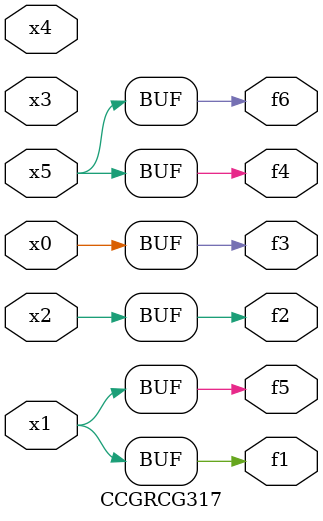
<source format=v>
module CCGRCG317(
	input x0, x1, x2, x3, x4, x5,
	output f1, f2, f3, f4, f5, f6
);
	assign f1 = x1;
	assign f2 = x2;
	assign f3 = x0;
	assign f4 = x5;
	assign f5 = x1;
	assign f6 = x5;
endmodule

</source>
